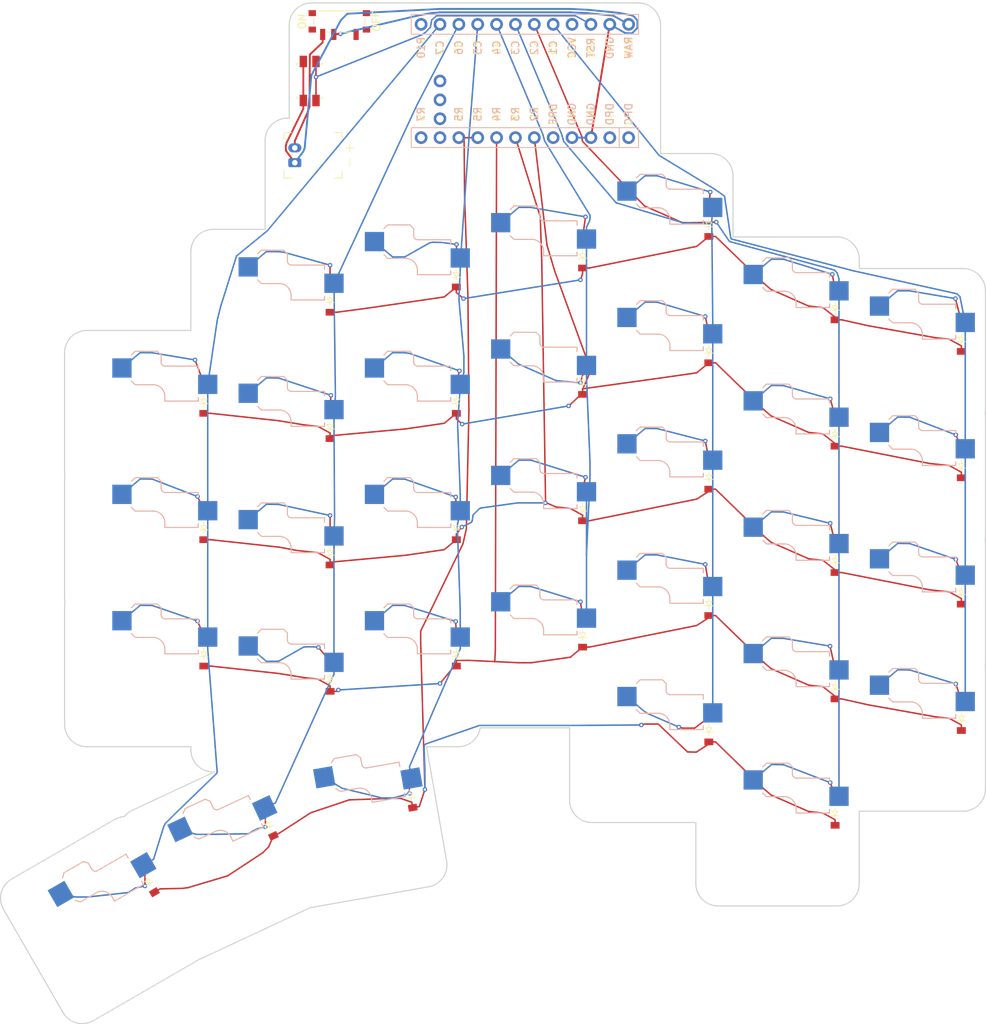
<source format=kicad_pcb>
(kicad_pcb
	(version 20240108)
	(generator "pcbnew")
	(generator_version "8.0")
	(general
		(thickness 1.6)
		(legacy_teardrops no)
	)
	(paper "A3")
	(title_block
		(title "right_pcb")
		(date "2025-08-10")
		(rev "v0.2")
		(company "Happily-Coding")
	)
	(layers
		(0 "F.Cu" signal)
		(31 "B.Cu" signal)
		(32 "B.Adhes" user "B.Adhesive")
		(33 "F.Adhes" user "F.Adhesive")
		(34 "B.Paste" user)
		(35 "F.Paste" user)
		(36 "B.SilkS" user "B.Silkscreen")
		(37 "F.SilkS" user "F.Silkscreen")
		(38 "B.Mask" user)
		(39 "F.Mask" user)
		(40 "Dwgs.User" user "User.Drawings")
		(41 "Cmts.User" user "User.Comments")
		(42 "Eco1.User" user "User.Eco1")
		(43 "Eco2.User" user "User.Eco2")
		(44 "Edge.Cuts" user)
		(45 "Margin" user)
		(46 "B.CrtYd" user "B.Courtyard")
		(47 "F.CrtYd" user "F.Courtyard")
		(48 "B.Fab" user)
		(49 "F.Fab" user)
	)
	(setup
		(pad_to_mask_clearance 0.05)
		(allow_soldermask_bridges_in_footprints no)
		(pcbplotparams
			(layerselection 0x00010fc_ffffffff)
			(plot_on_all_layers_selection 0x0000000_00000000)
			(disableapertmacros no)
			(usegerberextensions no)
			(usegerberattributes yes)
			(usegerberadvancedattributes yes)
			(creategerberjobfile yes)
			(dashed_line_dash_ratio 12.000000)
			(dashed_line_gap_ratio 3.000000)
			(svgprecision 4)
			(plotframeref no)
			(viasonmask no)
			(mode 1)
			(useauxorigin no)
			(hpglpennumber 1)
			(hpglpenspeed 20)
			(hpglpendiameter 15.000000)
			(pdf_front_fp_property_popups yes)
			(pdf_back_fp_property_popups yes)
			(dxfpolygonmode yes)
			(dxfimperialunits yes)
			(dxfusepcbnewfont yes)
			(psnegative no)
			(psa4output no)
			(plotreference yes)
			(plotvalue yes)
			(plotfptext yes)
			(plotinvisibletext no)
			(sketchpadsonfab no)
			(subtractmaskfromsilk no)
			(outputformat 1)
			(mirror no)
			(drillshape 1)
			(scaleselection 1)
			(outputdirectory "")
		)
	)
	(net 0 "")
	(net 1 "mirror_col1_row4")
	(net 2 "C1")
	(net 3 "GND")
	(net 4 "mirror_col1_row3")
	(net 5 "mirror_col1_row2")
	(net 6 "mirror_col1_row1")
	(net 7 "mirror_col2_row5")
	(net 8 "C2")
	(net 9 "mirror_col2_row4")
	(net 10 "mirror_col2_row3")
	(net 11 "mirror_col2_row2")
	(net 12 "mirror_col2_row1")
	(net 13 "mirror_col3_row5")
	(net 14 "C3")
	(net 15 "mirror_col3_row4")
	(net 16 "mirror_col3_row3")
	(net 17 "mirror_col3_row2")
	(net 18 "mirror_col3_row1")
	(net 19 "mirror_col4_row4")
	(net 20 "C4")
	(net 21 "mirror_col4_row3")
	(net 22 "mirror_col4_row2")
	(net 23 "mirror_col4_row1")
	(net 24 "mirror_col5_row4")
	(net 25 "C5")
	(net 26 "mirror_col5_row3")
	(net 27 "mirror_col5_row2")
	(net 28 "mirror_col5_row1")
	(net 29 "mirror_col6_row4")
	(net 30 "C6")
	(net 31 "mirror_col6_row3")
	(net 32 "mirror_col6_row2")
	(net 33 "mirror_col6_row1")
	(net 34 "mirror_col7_row4")
	(net 35 "C7")
	(net 36 "mirror_col7_row3")
	(net 37 "mirror_col7_row2")
	(net 38 "mirror_col1_thumb_row_1")
	(net 39 "mirror_col2_thumb_row_1")
	(net 40 "mirror_col3_thumb_row_1")
	(net 41 "R4")
	(net 42 "R3")
	(net 43 "R2")
	(net 44 "R1")
	(net 45 "R5")
	(net 46 "RAW")
	(net 47 "RST")
	(net 48 "VCC")
	(net 49 "P10")
	(net 50 "DPC")
	(net 51 "DPD")
	(net 52 "DPE")
	(net 53 "R6")
	(net 54 "R7")
	(net 55 "P101")
	(net 56 "P102")
	(net 57 "P107")
	(net 58 "BAT_P")
	(footprint "ceoloide:diode_tht_sod123" (layer "F.Cu") (at 227.75 75.23 90))
	(footprint "ceoloide:diode_tht_sod123" (layer "F.Cu") (at 219.4192 145.8308 115))
	(footprint "ceoloide:diode_tht_sod123" (layer "F.Cu") (at 278.75 99.03 90))
	(footprint "ceoloide:battery_connector_jst_ph_2" (layer "F.Cu") (at 223 55.77 90))
	(footprint "ceoloide:diode_tht_sod123" (layer "F.Cu") (at 261.75 69.28 90))
	(footprint "ceoloide:diode_tht_sod123" (layer "F.Cu") (at 244.75 105.83 90))
	(footprint "ceoloide:diode_tht_sod123" (layer "F.Cu") (at 312.75 114.5 90))
	(footprint "ceoloide:diode_tht_sod123" (layer "F.Cu") (at 244.75 88.83 90))
	(footprint "ceoloide:diode_tht_sod123" (layer "F.Cu") (at 227.75 109.23 90))
	(footprint "ceoloide:diode_tht_sod123" (layer "F.Cu") (at 278.75 116.03 90))
	(footprint "ceoloide:diode_tht_sod123" (layer "F.Cu") (at 278.75 133.03 90))
	(footprint "ceoloide:diode_tht_sod123" (layer "F.Cu") (at 238.5918 141.907 100))
	(footprint "ceoloide:diode_tht_sod123" (layer "F.Cu") (at 295.75 76.25 90))
	(footprint "ceoloide:diode_tht_sod123" (layer "F.Cu") (at 312.75 80.5 90))
	(footprint "ceoloide:diode_tht_sod123" (layer "F.Cu") (at 210.75 88.83 90))
	(footprint "ceoloide:diode_tht_sod123" (layer "F.Cu") (at 278.75 65.03 90))
	(footprint "ceoloide:diode_tht_sod123" (layer "F.Cu") (at 244.75 71.83 90))
	(footprint "ceoloide:diode_tht_sod123" (layer "F.Cu") (at 261.75 103.28 90))
	(footprint "ceoloide:mcu_nice_nano" (layer "F.Cu") (at 255.25 45.77 -90))
	(footprint "ceoloide:diode_tht_sod123" (layer "F.Cu") (at 210.75 122.83 90))
	(footprint "ceoloide:diode_tht_sod123" (layer "F.Cu") (at 203.2684 153.4761 120))
	(footprint "ceoloide:diode_tht_sod123" (layer "F.Cu") (at 312.75 97.5 90))
	(footprint "ceoloide:diode_tht_sod123" (layer "F.Cu") (at 227.75 92.23 90))
	(footprint "ceoloide:diode_tht_sod123" (layer "F.Cu") (at 244.75 122.83 90))
	(footprint "ceoloide:diode_tht_sod123" (layer "F.Cu") (at 295.75 110.25 90))
	(footprint "ceoloide:diode_tht_sod123" (layer "F.Cu") (at 227.75 126.23 90))
	(footprint "ceoloide:diode_tht_sod123" (layer "F.Cu") (at 278.75 82.03 90))
	(footprint "ceoloide:reset_switch_smd_side" (layer "F.Cu") (at 225 45.77 90))
	(footprint "ceoloide:diode_tht_sod123" (layer "F.Cu") (at 210.75 105.83 90))
	(footprint "ceoloide:diode_tht_sod123" (layer "F.Cu") (at 295.75 127.25 90))
	(footprint "ceoloide:power_switch_smd_side" (layer "F.Cu") (at 229 37.77 90))
	(footprint "ceoloide:diode_tht_sod123" (layer "F.Cu") (at 295.75 144.25 90))
	(footprint "ceoloide:diode_tht_sod123" (layer "F.Cu") (at 261.75 120.28 90))
	(footprint "ceoloide:diode_tht_sod123" (layer "F.Cu") (at 295.75 93.25 90))
	(footprint "ceoloide:diode_tht_sod123" (layer "F.Cu") (at 261.75 86.28 90))
	(footprint "ceoloide:diode_tht_sod123" (layer "F.Cu") (at 312.75 131.5 90))
	(footprint "ceoloide:switch_choc_v1_v2" (layer "B.Cu") (at 220 93.73))
	(footprint "ceoloide:switch_choc_v1_v2" (layer "B.Cu") (at 254 87.78))
	(footprint "ceoloide:switch_choc_v1_v2" (layer "B.Cu") (at 305 133))
	(footprint "ceoloide:switch_choc_v1_v2" (layer "B.Cu") (at 237 73.33))
	(footprint "ceoloide:switch_choc_v1_v2" (layer "B.Cu") (at 197.3067 158.6502 30))
	(footprint "ceoloide:switch_choc_v1_v2" (layer "B.Cu") (at 237 124.33))
	(footprint "ceoloide:switch_choc_v1_v2" (layer "B.Cu") (at 305 116))
	(footprint "ceoloide:switch_choc_v1_v2" (layer "B.Cu") (at 305 82))
	(footprint "ceoloide:switch_choc_v1_v2" (layer "B.Cu") (at 288 128.75))
	(footprint "ceoloide:switch_choc_v1_v2" (layer "B.Cu") (at 254 121.78))
	(footprint "ceoloide:switch_choc_v1_v2" (layer "B.Cu") (at 220 127.73))
	(footprint "ceoloide:switch_choc_v1_v2" (layer "B.Cu") (at 203 90.33))
	(footprint "ceoloide:switch_choc_v1_v2" (layer "B.Cu") (at 288 145.75))
	(footprint "ceoloide:switch_choc_v1_v2" (layer "B.Cu") (at 220 110.73))
	(footprint "ceoloide:switch_choc_v1_v2" (layer "B.Cu") (at 220 76.73))
	(footprint "ceoloide:switch_choc_v1_v2"
		(layer "B.Cu")
		(uuid "7d7f4695-f40b-413a-9a25-522f17ae0004")
		(at 288 111.75)
		(property "Reference" "S7"
			(at 0 8.8 0)
			(layer "B.SilkS")
			(hide yes)
			(uuid "9d403715-2e39-4125-a20d-077831cc1bc4")
			(effects
				(font
					(size 1 1)
					(thickness 0.15)
				)
			)
		)
		(property "Value" ""
			(at 0 0 0)
			(layer "F.Fab")
			(uuid "4a00cf80-09d1-4c8c-b296-faf3f10e1380")
			(effects
				(font
					(size 1.27 1.27)
					(thickness 0.15)
				)
			)
		)
		(property "Footprint" ""
			(at 0 0 0)
			(layer "F.Fab")
			(hide yes)
			(uuid "99e057c1-8197-4895-a885-14b6ec69b66b")
			(effects
				(font
					(size 1.27 1.27)
					(thickness 0.15)
				)
			)
		)
		(property "Datasheet" ""
			(at 0 0 0)
			(layer "F.Fab")
			(hide yes)
			(uuid "91661dd6-2f6b-4485-8a98-1be93ffd3fa8")
			(effects
				(font
					(size 1.27 1.27)
					(thickness 0.15)
				)
			)
		)
		(property "Description" ""
			(at 0 0 0)
			(layer "F.Fab")
			(hide yes)
			(uuid "00f540a7-3a55-47e2-a426-c4a3da9c11e5")
			(effects
				(font
					(size 1.27 1.27)
					(thickness 0.15)
				)
			)
		)
		(attr exclude_from_pos_files exclude_from_bom allow_soldermask_bridges)
		(fp_line
			(start -1.5 -8.2)
			(end -2 -7.7)
			(stroke
				(width 0.15)
				(type solid)
			)
			(layer "B.SilkS")
			(uuid "7eb89f30-6e5c-4290-9160-85f8e6267d02")
		)
		(fp_line
			(start -1.5 -3.7)
			(end -2 -4.2)
			(stroke
				(width 0.15)
				(type solid)
			)
			(layer "B.SilkS")
			(uuid "34c2d327-8e19-40a2-b7ce-9d052920c4d9")
		)
		(fp_line
			(start 0.8 -3.7)
			(end -1.5 -3.7)
			(stroke
				(width 0.15)
				(type solid)
			)
			(layer "B.SilkS")
			(uuid "9976a68c-886b-438e-8320-29c5edadcc5c")
		)
		(fp_line
			(start 1.5 -8.2)
			(end -1.5 -8.2)
			(stroke
				(width 0.15)
				(type solid)
			)
			(layer "B.SilkS")
			(uuid "5a84b200-8c53-491a-8330-16cc941d95fb")
		)
		(fp_line
			(start 2 -7.7)
			(end 1.5 -8.2)
			(stroke
				(width 0.15)
				(type solid)
			)
			(layer "B.SilkS")
			(uuid "c5eddbf7-6370-49c6-8423-b4a0b517aaa0")
		)
		(fp_line
			(start 2 -7.7)
			(end 2 -6.78)
			(stroke
				(width 0.15)
				(type solid)
			)
			(layer "B.SilkS")
			(uuid "08e9944c-8e23-40f1-8a2d-d6620f3d243e")
		)
		(fp_line
			(
... [194679 chars truncated]
</source>
